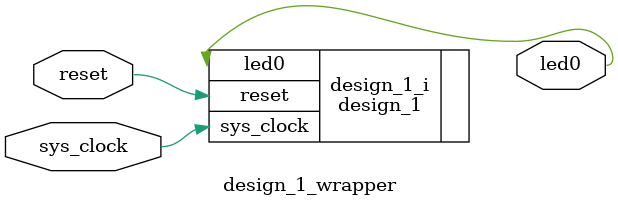
<source format=v>
`timescale 1 ps / 1 ps

module design_1_wrapper
   (led0,
    reset,
    sys_clock);
  output led0;
  input reset;
  input sys_clock;

  wire led0;
  wire reset;
  wire sys_clock;

  design_1 design_1_i
       (.led0(led0),
        .reset(reset),
        .sys_clock(sys_clock));
endmodule

</source>
